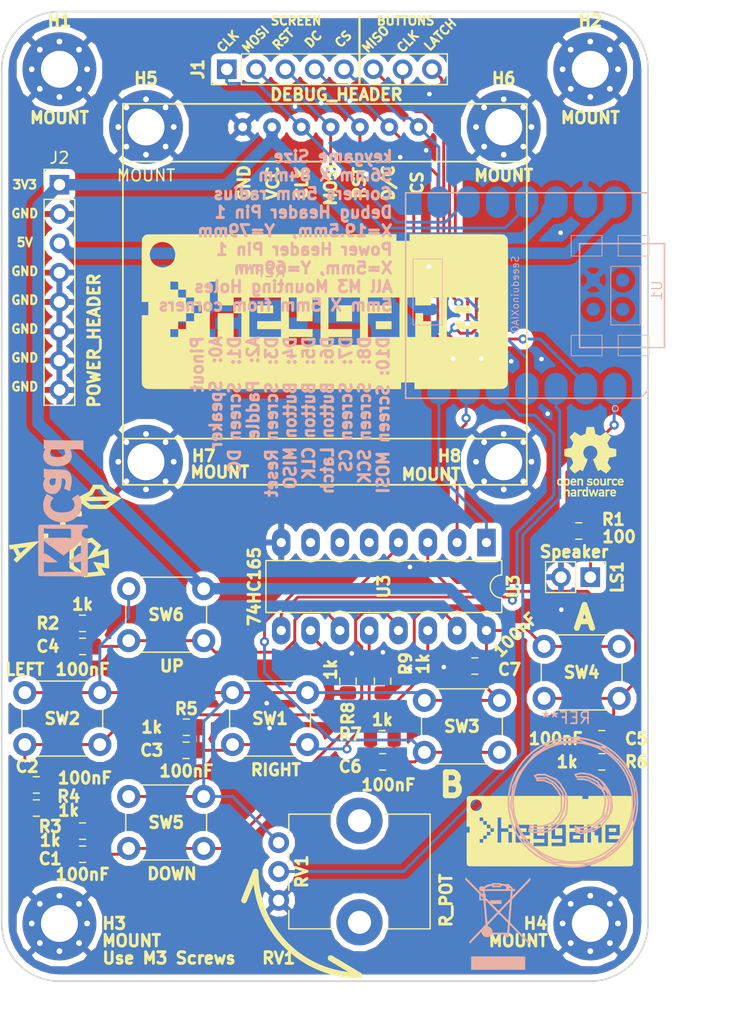
<source format=kicad_pcb>
(kicad_pcb (version 20171130) (host pcbnew 5.0.2+dfsg1-1)
  (layers (0 F.Cu signal) (31 B.Cu signal) (34 B.Paste user) (35 F.Paste user) (36 B.SilkS user) (37 F.SilkS user) (38 B.Mask user) (39 F.Mask user) (44 Edge.Cuts user))
  (net 0 "")
  (net 1 GND)
  (net 2 "Net-(C1-Pad1)")
  (net 3 "Net-(C2-Pad1)")
  (net 4 "Net-(C3-Pad1)")
  (net 5 "Net-(C4-Pad1)")
  (net 6 "Net-(C5-Pad1)")
  (net 7 "Net-(C6-Pad1)")
  (net 8 +3V3)
  (net 9 +5V)
  (net 10 "Net-(LS1-Pad1)")
  (net 11 "Net-(R1-Pad1)")
  (net 12 "Net-(R8-Pad1)")
  (net 13 "Net-(R9-Pad1)")
  (net 14 /SCREEN_DC)
  (net 15 /SCREEN_RST)
  (net 16 /BUTTON_MISO)
  (net 17 /BUTTON_CLK)
  (net 18 /BUTTON_LATCH)
  (net 19 /SCREEN_CS)
  (net 20 /SCK)
  (net 21 /MOSI)
  (net 22 /PADDLE)
  (module "keygame:Seeeduino XIAO-MOUDLE14P-2.54-21X17.8MM" (layer B.Cu) (at 168 49.5 90)
    (fp_text reference U1 (at 9.3345 21.7805 90) (layer B.SilkS) (effects (font (size 0.889 0.889) (thickness 0.1016)) (justify mirror)))
    (fp_text value SeeeduinoXIAO (at 9 9.5 90) (layer B.SilkS) (effects (font (size 0.6096 0.6096) (thickness 0.0762)) (justify mirror)))
    (pad 20 smd circle (at 10.238803 16.264187) (size 1.143 1.143) (layers B.Cu B.Paste B.Mask) (net 1 GND))
    (pad 19 smd circle (at 7.698803 16.264187) (size 1.143 1.143) (layers B.Cu B.Paste B.Mask))
    (pad 18 smd circle (at 10.238803 18.804187) (size 1.143 1.143) (layers B.Cu B.Paste B.Mask))
    (pad 17 smd circle (at 7.698803 18.804187) (size 1.143 1.143) (layers B.Cu B.Paste B.Mask))
    (pad 16 smd oval (at 10.25 1.8) (size 2.032 1.016) (layers B.Cu B.Paste B.Mask) (net 1 GND))
    (pad 15 smd oval (at 7.7 1.8) (size 2.032 1.016) (layers B.Cu B.Paste B.Mask) (net 9 +5V))
    (pad 1 smd oval (at 0.83312 18.11782 90) (size 2.74828 1.99898) (layers B.Cu B.Paste B.Mask) (net 11 "Net-(R1-Pad1)"))
    (pad 2 smd oval (at 0.83312 15.57782 90) (size 2.74828 1.99898) (layers B.Cu B.Paste B.Mask) (net 14 /SCREEN_DC))
    (pad 3 smd oval (at 0.83312 13.03782 90) (size 2.74828 1.99898) (layers B.Cu B.Paste B.Mask) (net 22 /PADDLE))
    (pad 4 smd oval (at 0.83312 10.49782 90) (size 2.74828 1.99898) (layers B.Cu B.Paste B.Mask) (net 15 /SCREEN_RST))
    (pad 5 smd oval (at 0.83312 7.95782 90) (size 2.74828 1.99898) (layers B.Cu B.Paste B.Mask) (net 16 /BUTTON_MISO))
    (pad 6 smd oval (at 0.83312 5.41782 90) (size 2.74828 1.99898) (layers B.Cu B.Paste B.Mask) (net 17 /BUTTON_CLK))
    (pad 7 smd oval (at 0.83312 2.87782 90) (size 2.74828 1.99898) (layers B.Cu B.Paste B.Mask) (net 18 /BUTTON_LATCH))
    (pad 8 smd oval (at 16.99768 2.87782 90) (size 2.74828 1.99898) (layers B.Cu B.Paste B.Mask) (net 19 /SCREEN_CS))
    (pad 9 smd oval (at 16.99768 5.41782 90) (size 2.74828 1.99898) (layers B.Cu B.Paste B.Mask) (net 20 /SCK))
    (pad 10 smd oval (at 16.99768 7.95782 90) (size 2.74828 1.99898) (layers B.Cu B.Paste B.Mask))
    (pad 11 smd oval (at 16.99768 10.49782 90) (size 2.74828 1.99898) (layers B.Cu B.Paste B.Mask) (net 21 /MOSI))
    (pad 12 smd oval (at 16.99768 13.03782 90) (size 2.74828 1.99898) (layers B.Cu B.Paste B.Mask) (net 8 +3V3))
    (pad 13 smd oval (at 16.99768 15.57782 90) (size 2.74828 1.99898) (layers B.Cu B.Paste B.Mask) (net 1 GND))
    (pad 14 smd oval (at 16.99768 18.11782 90) (size 2.74828 1.99898) (layers B.Cu B.Paste B.Mask) (net 9 +5V))
  )
  (module Capacitor_SMD:C_0805_2012Metric_Pad1.15x1.40mm_HandSolder (layer F.Cu) (at 140 89 180)
    (fp_text reference C1 (at 2.8 -0.4 180) (layer F.SilkS) (effects (font (thickness 0.25))))
    (fp_text value 100nF (at 0 -1.75 180) (layer F.SilkS) (effects (font (thickness 0.25))))
    (pad 2 smd roundrect (at 1.025 0 180) (size 1.15 1.4) (layers F.Cu F.Paste F.Mask) (roundrect_rratio 0.217391) (net 1 GND))
    (pad 1 smd roundrect (at -1.025 0 180) (size 1.15 1.4) (layers F.Cu F.Paste F.Mask) (roundrect_rratio 0.217391) (net 2 "Net-(C1-Pad1)"))
  )
  (module Capacitor_SMD:C_0805_2012Metric_Pad1.15x1.40mm_HandSolder (layer F.Cu) (at 136 83)
    (fp_text reference C2 (at -0.8 -1.6) (layer F.SilkS) (effects (font (thickness 0.25))))
    (fp_text value 100nF (at 4.2 -0.6) (layer F.SilkS) (effects (font (thickness 0.25))))
    (pad 1 smd roundrect (at -1.025 0) (size 1.15 1.4) (layers F.Cu F.Paste F.Mask) (roundrect_rratio 0.217391) (net 3 "Net-(C2-Pad1)"))
    (pad 2 smd roundrect (at 1.025 0) (size 1.15 1.4) (layers F.Cu F.Paste F.Mask) (roundrect_rratio 0.217391) (net 1 GND))
  )
  (module Capacitor_SMD:C_0805_2012Metric_Pad1.15x1.40mm_HandSolder (layer F.Cu) (at 148.975 80 180)
    (fp_text reference C3 (at 2.975 0 180) (layer F.SilkS) (effects (font (thickness 0.25))))
    (fp_text value 100nF (at -0.025 -1.8 180) (layer F.SilkS) (effects (font (thickness 0.25))))
    (pad 2 smd roundrect (at 1.025 0 180) (size 1.15 1.4) (layers F.Cu F.Paste F.Mask) (roundrect_rratio 0.217391) (net 1 GND))
    (pad 1 smd roundrect (at -1.025 0 180) (size 1.15 1.4) (layers F.Cu F.Paste F.Mask) (roundrect_rratio 0.217391) (net 4 "Net-(C3-Pad1)"))
  )
  (module Capacitor_SMD:C_0805_2012Metric_Pad1.15x1.40mm_HandSolder (layer F.Cu) (at 140 71 180)
    (fp_text reference C4 (at 3 0 180) (layer F.SilkS) (effects (font (thickness 0.25))))
    (fp_text value 100nF (at 0 -2 180) (layer F.SilkS) (effects (font (thickness 0.25))))
    (pad 1 smd roundrect (at -1.025 0 180) (size 1.15 1.4) (layers F.Cu F.Paste F.Mask) (roundrect_rratio 0.217391) (net 5 "Net-(C4-Pad1)"))
    (pad 2 smd roundrect (at 1.025 0 180) (size 1.15 1.4) (layers F.Cu F.Paste F.Mask) (roundrect_rratio 0.217391) (net 1 GND))
  )
  (module Capacitor_SMD:C_0805_2012Metric_Pad1.15x1.40mm_HandSolder (layer F.Cu) (at 185 79 180)
    (fp_text reference C5 (at -3 0 180) (layer F.SilkS) (effects (font (thickness 0.25))))
    (fp_text value 100nF (at 4 0 180) (layer F.SilkS) (effects (font (thickness 0.25))))
    (pad 1 smd roundrect (at -1.025 0 180) (size 1.15 1.4) (layers F.Cu F.Paste F.Mask) (roundrect_rratio 0.217391) (net 6 "Net-(C5-Pad1)"))
    (pad 2 smd roundrect (at 1.025 0 180) (size 1.15 1.4) (layers F.Cu F.Paste F.Mask) (roundrect_rratio 0.217391) (net 1 GND))
  )
  (module Capacitor_SMD:C_0805_2012Metric_Pad1.15x1.40mm_HandSolder (layer F.Cu) (at 166 81 180)
    (fp_text reference C6 (at 2.8 -0.4 180) (layer F.SilkS) (effects (font (thickness 0.25))))
    (fp_text value 100nF (at -0.5 -2 180) (layer F.SilkS) (effects (font (thickness 0.25))))
    (pad 2 smd roundrect (at 1.025 0 180) (size 1.15 1.4) (layers F.Cu F.Paste F.Mask) (roundrect_rratio 0.217391) (net 1 GND))
    (pad 1 smd roundrect (at -1.025 0 180) (size 1.15 1.4) (layers F.Cu F.Paste F.Mask) (roundrect_rratio 0.217391) (net 7 "Net-(C6-Pad1)"))
  )
  (module Capacitor_SMD:C_0805_2012Metric_Pad1.15x1.40mm_HandSolder (layer F.Cu) (at 173.99 72.7 180)
    (fp_text reference C7 (at -3.01 -0.3 180) (layer F.SilkS) (effects (font (thickness 0.25))))
    (fp_text value 100nF (at -3.51 2.7 225) (layer F.SilkS) (effects (font (thickness 0.25))))
    (pad 1 smd roundrect (at -1.025 0 180) (size 1.15 1.4) (layers F.Cu F.Paste F.Mask) (roundrect_rratio 0.217391) (net 8 +3V3))
    (pad 2 smd roundrect (at 1.025 0 180) (size 1.15 1.4) (layers F.Cu F.Paste F.Mask) (roundrect_rratio 0.217391) (net 1 GND))
  )
  (module MountingHole:MountingHole_3.2mm_M3_Pad_Via (layer F.Cu) (at 138 21)
    (fp_text reference H1 (at 0 -4.2) (layer F.SilkS) (effects (font (thickness 0.25))))
    (fp_text value MOUNT (at 0 4.2) (layer F.SilkS) (effects (font (thickness 0.25))))
    (pad 1 thru_hole circle (at 1.697056 -1.697056) (size 0.8 0.8) (drill 0.5) (layers *.Cu *.Mask) (net 1 GND))
    (pad 1 thru_hole circle (at 0 -2.4) (size 0.8 0.8) (drill 0.5) (layers *.Cu *.Mask) (net 1 GND))
    (pad 1 thru_hole circle (at -1.697056 -1.697056) (size 0.8 0.8) (drill 0.5) (layers *.Cu *.Mask) (net 1 GND))
    (pad 1 thru_hole circle (at -2.4 0) (size 0.8 0.8) (drill 0.5) (layers *.Cu *.Mask) (net 1 GND))
    (pad 1 thru_hole circle (at -1.697056 1.697056) (size 0.8 0.8) (drill 0.5) (layers *.Cu *.Mask) (net 1 GND))
    (pad 1 thru_hole circle (at 0 2.4) (size 0.8 0.8) (drill 0.5) (layers *.Cu *.Mask) (net 1 GND))
    (pad 1 thru_hole circle (at 1.697056 1.697056) (size 0.8 0.8) (drill 0.5) (layers *.Cu *.Mask) (net 1 GND))
    (pad 1 thru_hole circle (at 2.4 0) (size 0.8 0.8) (drill 0.5) (layers *.Cu *.Mask) (net 1 GND))
    (pad 1 thru_hole circle (at 0 0) (size 6.4 6.4) (drill 3.2) (layers *.Cu *.Mask) (net 1 GND))
  )
  (module MountingHole:MountingHole_3.2mm_M3_Pad_Via (layer F.Cu) (at 184 21)
    (fp_text reference H2 (at 0 -4.2) (layer F.SilkS) (effects (font (thickness 0.25))))
    (fp_text value MOUNT (at 0 4.2) (layer F.SilkS) (effects (font (thickness 0.25))))
    (pad 1 thru_hole circle (at 0 0) (size 6.4 6.4) (drill 3.2) (layers *.Cu *.Mask) (net 1 GND))
    (pad 1 thru_hole circle (at 2.4 0) (size 0.8 0.8) (drill 0.5) (layers *.Cu *.Mask) (net 1 GND))
    (pad 1 thru_hole circle (at 1.697056 1.697056) (size 0.8 0.8) (drill 0.5) (layers *.Cu *.Mask) (net 1 GND))
    (pad 1 thru_hole circle (at 0 2.4) (size 0.8 0.8) (drill 0.5) (layers *.Cu *.Mask) (net 1 GND))
    (pad 1 thru_hole circle (at -1.697056 1.697056) (size 0.8 0.8) (drill 0.5) (layers *.Cu *.Mask) (net 1 GND))
    (pad 1 thru_hole circle (at -2.4 0) (size 0.8 0.8) (drill 0.5) (layers *.Cu *.Mask) (net 1 GND))
    (pad 1 thru_hole circle (at -1.697056 -1.697056) (size 0.8 0.8) (drill 0.5) (layers *.Cu *.Mask) (net 1 GND))
    (pad 1 thru_hole circle (at 0 -2.4) (size 0.8 0.8) (drill 0.5) (layers *.Cu *.Mask) (net 1 GND))
    (pad 1 thru_hole circle (at 1.697056 -1.697056) (size 0.8 0.8) (drill 0.5) (layers *.Cu *.Mask) (net 1 GND))
  )
  (module MountingHole:MountingHole_3.2mm_M3_Pad_Via (layer F.Cu) (at 138 95)
    (fp_text reference H3 (at 4.75 0) (layer F.SilkS) (effects (font (thickness 0.25))))
    (fp_text value MOUNT (at 6.25 1.5) (layer F.SilkS) (effects (font (thickness 0.25))))
    (pad 1 thru_hole circle (at 1.697056 -1.697056) (size 0.8 0.8) (drill 0.5) (layers *.Cu *.Mask) (net 1 GND))
    (pad 1 thru_hole circle (at 0 -2.4) (size 0.8 0.8) (drill 0.5) (layers *.Cu *.Mask) (net 1 GND))
    (pad 1 thru_hole circle (at -1.697056 -1.697056) (size 0.8 0.8) (drill 0.5) (layers *.Cu *.Mask) (net 1 GND))
    (pad 1 thru_hole circle (at -2.4 0) (size 0.8 0.8) (drill 0.5) (layers *.Cu *.Mask) (net 1 GND))
    (pad 1 thru_hole circle (at -1.697056 1.697056) (size 0.8 0.8) (drill 0.5) (layers *.Cu *.Mask) (net 1 GND))
    (pad 1 thru_hole circle (at 0 2.4) (size 0.8 0.8) (drill 0.5) (layers *.Cu *.Mask) (net 1 GND))
    (pad 1 thru_hole circle (at 1.697056 1.697056) (size 0.8 0.8) (drill 0.5) (layers *.Cu *.Mask) (net 1 GND))
    (pad 1 thru_hole circle (at 2.4 0) (size 0.8 0.8) (drill 0.5) (layers *.Cu *.Mask) (net 1 GND))
    (pad 1 thru_hole circle (at 0 0) (size 6.4 6.4) (drill 3.2) (layers *.Cu *.Mask) (net 1 GND))
  )
  (module MountingHole:MountingHole_3.2mm_M3_Pad_Via (layer F.Cu) (at 184 95)
    (fp_text reference H4 (at -4.75 0) (layer F.SilkS) (effects (font (thickness 0.25))))
    (fp_text value MOUNT (at -6.25 1.5) (layer F.SilkS) (effects (font (thickness 0.25))))
    (pad 1 thru_hole circle (at 0 0) (size 6.4 6.4) (drill 3.2) (layers *.Cu *.Mask) (net 1 GND))
    (pad 1 thru_hole circle (at 2.4 0) (size 0.8 0.8) (drill 0.5) (layers *.Cu *.Mask) (net 1 GND))
    (pad 1 thru_hole circle (at 1.697056 1.697056) (size 0.8 0.8) (drill 0.5) (layers *.Cu *.Mask) (net 1 GND))
    (pad 1 thru_hole circle (at 0 2.4) (size 0.8 0.8) (drill 0.5) (layers *.Cu *.Mask) (net 1 GND))
    (pad 1 thru_hole circle (at -1.697056 1.697056) (size 0.8 0.8) (drill 0.5) (layers *.Cu *.Mask) (net 1 GND))
    (pad 1 thru_hole circle (at -2.4 0) (size 0.8 0.8) (drill 0.5) (layers *.Cu *.Mask) (net 1 GND))
    (pad 1 thru_hole circle (at -1.697056 -1.697056) (size 0.8 0.8) (drill 0.5) (layers *.Cu *.Mask) (net 1 GND))
    (pad 1 thru_hole circle (at 0 -2.4) (size 0.8 0.8) (drill 0.5) (layers *.Cu *.Mask) (net 1 GND))
    (pad 1 thru_hole circle (at 1.697056 -1.697056) (size 0.8 0.8) (drill 0.5) (layers *.Cu *.Mask) (net 1 GND))
  )
  (module MountingHole:MountingHole_3.2mm_M3_Pad_Via (layer F.Cu) (at 176.5 26)
    (fp_text reference H6 (at 0 -4.2) (layer F.SilkS) (effects (font (thickness 0.25))))
    (fp_text value MOUNT (at 0 4.2) (layer F.SilkS) (effects (font (thickness 0.25))))
    (pad 1 thru_hole circle (at 0 0) (size 6.4 6.4) (drill 3.2) (layers *.Cu *.Mask) (net 1 GND))
    (pad 1 thru_hole circle (at 2.4 0) (size 0.8 0.8) (drill 0.5) (layers *.Cu *.Mask) (net 1 GND))
    (pad 1 thru_hole circle (at 1.697056 1.697056) (size 0.8 0.8) (drill 0.5) (layers *.Cu *.Mask) (net 1 GND))
    (pad 1 thru_hole circle (at 0 2.4) (size 0.8 0.8) (drill 0.5) (layers *.Cu *.Mask) (net 1 GND))
    (pad 1 thru_hole circle (at -1.697056 1.697056) (size 0.8 0.8) (drill 0.5) (layers *.Cu *.Mask) (net 1 GND))
    (pad 1 thru_hole circle (at -2.4 0) (size 0.8 0.8) (drill 0.5) (layers *.Cu *.Mask) (net 1 GND))
    (pad 1 thru_hole circle (at -1.697056 -1.697056) (size 0.8 0.8) (drill 0.5) (layers *.Cu *.Mask) (net 1 GND))
    (pad 1 thru_hole circle (at 0 -2.4) (size 0.8 0.8) (drill 0.5) (layers *.Cu *.Mask) (net 1 GND))
    (pad 1 thru_hole circle (at 1.697056 -1.697056) (size 0.8 0.8) (drill 0.5) (layers *.Cu *.Mask) (net 1 GND))
  )
  (module MountingHole:MountingHole_3.2mm_M3_Pad_Via (layer F.Cu) (at 145.5 55)
    (fp_text reference H7 (at 5 -0.5) (layer F.SilkS) (effects (font (thickness 0.25))))
    (fp_text value MOUNT (at 6.4 0.9) (layer F.SilkS) (effects (font (thickness 0.25))))
    (pad 1 thru_hole circle (at 1.697056 -1.697056) (size 0.8 0.8) (drill 0.5) (layers *.Cu *.Mask) (net 1 GND))
    (pad 1 thru_hole circle (at 0 -2.4) (size 0.8 0.8) (drill 0.5) (layers *.Cu *.Mask) (net 1 GND))
    (pad 1 thru_hole circle (at -1.697056 -1.697056) (size 0.8 0.8) (drill 0.5) (layers *.Cu *.Mask) (net 1 GND))
    (pad 1 thru_hole circle (at -2.4 0) (size 0.8 0.8) (drill 0.5) (layers *.Cu *.Mask) (net 1 GND))
    (pad 1 thru_hole circle (at -1.697056 1.697056) (size 0.8 0.8) (drill 0.5) (layers *.Cu *.Mask) (net 1 GND))
    (pad 1 thru_hole circle (at 0 2.4) (size 0.8 0.8) (drill 0.5) (layers *.Cu *.Mask) (net 1 GND))
    (pad 1 thru_hole circle (at 1.697056 1.697056) (size 0.8 0.8) (drill 0.5) (layers *.Cu *.Mask) (net 1 GND))
    (pad 1 thru_hole circle (at 2.4 0) (size 0.8 0.8) (drill 0.5) (layers *.Cu *.Mask) (net 1 GND))
    (pad 1 thru_hole circle (at 0 0) (size 6.4 6.4) (drill 3.2) (layers *.Cu *.Mask) (net 1 GND))
  )
  (module MountingHole:MountingHole_3.2mm_M3_Pad_Via (layer F.Cu) (at 176.5 55)
    (fp_text reference H8 (at -4.7 -0.5) (layer F.SilkS) (effects (font (thickness 0.25))))
    (fp_text value MOUNT (at -6.3 1.1) (layer F.SilkS) (effects (font (thickness 0.25))))
    (pad 1 thru_hole circle (at 0 0) (size 6.4 6.4) (drill 3.2) (layers *.Cu *.Mask) (net 1 GND))
    (pad 1 thru_hole circle (at 2.4 0) (size 0.8 0.8) (drill 0.5) (layers *.Cu *.Mask) (net 1 GND))
    (pad 1 thru_hole circle (at 1.697056 1.697056) (size 0.8 0.8) (drill 0.5) (layers *.Cu *.Mask) (net 1 GND))
    (pad 1 thru_hole circle (at 0 2.4) (size 0.8 0.8) (drill 0.5) (layers *.Cu *.Mask) (net 1 GND))
    (pad 1 thru_hole circle (at -1.697056 1.697056) (size 0.8 0.8) (drill 0.5) (layers *.Cu *.Mask) (net 1 GND))
    (pad 1 thru_hole circle (at -2.4 0) (size 0.8 0.8) (drill 0.5) (layers *.Cu *.Mask) (net 1 GND))
    (pad 1 thru_hole circle (at -1.697056 -1.697056) (size 0.8 0.8) (drill 0.5) (layers *.Cu *.Mask) (net 1 GND))
    (pad 1 thru_hole circle (at 0 -2.4) (size 0.8 0.8) (drill 0.5) (layers *.Cu *.Mask) (net 1 GND))
    (pad 1 thru_hole circle (at 1.697056 -1.697056) (size 0.8 0.8) (drill 0.5) (layers *.Cu *.Mask) (net 1 GND))
  )
  (module Connector_PinHeader_2.54mm:PinHeader_1x02_P2.54mm_Vertical (layer F.Cu) (at 184 65 270)
    (fp_text reference LS1 (at 0 -2.33 270) (layer F.SilkS) (effects (font (thickness 0.25))))
    (fp_text value Speaker (at -2.2 1.4) (layer F.SilkS) (effects (font (thickness 0.25))))
    (pad 1 thru_hole rect (at 0 0 270) (size 1.7 1.7) (drill 1) (layers *.Cu *.Mask) (net 10 "Net-(LS1-Pad1)"))
    (pad 2 thru_hole oval (at 0 2.54 270) (size 1.7 1.7) (drill 1) (layers *.Cu *.Mask) (net 1 GND))
  )
  (module Resistor_SMD:R_0805_2012Metric_Pad1.15x1.40mm_HandSolder (layer F.Cu) (at 183 61)
    (fp_text reference R1 (at 3 -1) (layer F.SilkS) (effects (font (thickness 0.25))))
    (fp_text value 100 (at 3.5 0.5) (layer F.SilkS) (effects (font (thickness 0.25))))
    (pad 1 smd roundrect (at -1.025 0) (size 1.15 1.4) (layers F.Cu F.Paste F.Mask) (roundrect_rratio 0.217391) (net 11 "Net-(R1-Pad1)"))
    (pad 2 smd roundrect (at 1.025 0) (size 1.15 1.4) (layers F.Cu F.Paste F.Mask) (roundrect_rratio 0.217391) (net 10 "Net-(LS1-Pad1)"))
  )
  (module Resistor_SMD:R_0805_2012Metric_Pad1.15x1.40mm_HandSolder (layer F.Cu) (at 140 69 180)
    (fp_text reference R2 (at 3 0 180) (layer F.SilkS) (effects (font (thickness 0.25))))
    (fp_text value 1k (at 0 1.65 180) (layer F.SilkS) (effects (font (thickness 0.25))))
    (pad 1 smd roundrect (at -1.025 0 180) (size 1.15 1.4) (layers F.Cu F.Paste F.Mask) (roundrect_rratio 0.217391) (net 5 "Net-(C4-Pad1)"))
    (pad 2 smd roundrect (at 1.025 0 180) (size 1.15 1.4) (layers F.Cu F.Paste F.Mask) (roundrect_rratio 0.217391) (net 1 GND))
  )
  (module Resistor_SMD:R_0805_2012Metric_Pad1.15x1.40mm_HandSolder (layer F.Cu) (at 140 87 180)
    (fp_text reference R3 (at 2.8 0.4 180) (layer F.SilkS) (effects (font (thickness 0.25))))
    (fp_text value 1k (at 2.8 -0.8 180) (layer F.SilkS) (effects (font (thickness 0.25))))
    (pad 2 smd roundrect (at 1.025 0 180) (size 1.15 1.4) (layers F.Cu F.Paste F.Mask) (roundrect_rratio 0.217391) (net 1 GND))
    (pad 1 smd roundrect (at -1.025 0 180) (size 1.15 1.4) (layers F.Cu F.Paste F.Mask) (roundrect_rratio 0.217391) (net 2 "Net-(C1-Pad1)"))
  )
  (module Resistor_SMD:R_0805_2012Metric_Pad1.15x1.40mm_HandSolder (layer F.Cu) (at 136 85)
    (fp_text reference R4 (at 2.8 -1) (layer F.SilkS) (effects (font (thickness 0.25))))
    (fp_text value 1k (at 2.8 0.2) (layer F.SilkS) (effects (font (thickness 0.25))))
    (pad 1 smd roundrect (at -1.025 0) (size 1.15 1.4) (layers F.Cu F.Paste F.Mask) (roundrect_rratio 0.217391) (net 3 "Net-(C2-Pad1)"))
    (pad 2 smd roundrect (at 1.025 0) (size 1.15 1.4) (layers F.Cu F.Paste F.Mask) (roundrect_rratio 0.217391) (net 1 GND))
  )
  (module Resistor_SMD:R_0805_2012Metric_Pad1.15x1.40mm_HandSolder (layer F.Cu) (at 149 78 180)
    (fp_text reference R5 (at 0 1.6 180) (layer F.SilkS) (effects (font (thickness 0.25))))
    (fp_text value 1k (at 3 0 180) (layer F.SilkS) (effects (font (thickness 0.25))))
    (pad 2 smd roundrect (at 1.025 0 180) (size 1.15 1.4) (layers F.Cu F.Paste F.Mask) (roundrect_rratio 0.217391) (net 1 GND))
    (pad 1 smd roundrect (at -1.025 0 180) (size 1.15 1.4) (layers F.Cu F.Paste F.Mask) (roundrect_rratio 0.217391) (net 4 "Net-(C3-Pad1)"))
  )
  (module Resistor_SMD:R_0805_2012Metric_Pad1.15x1.40mm_HandSolder (layer F.Cu) (at 185 81 180)
    (fp_text reference R6 (at -3 0 180) (layer F.SilkS) (effects (font (thickness 0.25))))
    (fp_text value 1k (at 3 0 180) (layer F.SilkS) (effects (font (thickness 0.25))))
    (pad 1 smd roundrect (at -1.025 0 180) (size 1.15 1.4) (layers F.Cu F.Paste F.Mask) (roundrect_rratio 0.217391) (net 6 "Net-(C5-Pad1)"))
    (pad 2 smd roundrect (at 1.025 0 180) (size 1.15 1.4) (layers F.Cu F.Paste F.Mask) (roundrect_rratio 0.217391) (net 1 GND))
  )
  (module Resistor_SMD:R_0805_2012Metric_Pad1.15x1.40mm_HandSolder (layer F.Cu) (at 165.975 79 180)
    (fp_text reference R7 (at 2.775 0.4 180) (layer F.SilkS) (effects (font (thickness 0.25))))
    (fp_text value 1k (at 0 1.65 180) (layer F.SilkS) (effects (font (thickness 0.25))))
    (pad 2 smd roundrect (at 1.025 0 180) (size 1.15 1.4) (layers F.Cu F.Paste F.Mask) (roundrect_rratio 0.217391) (net 1 GND))
    (pad 1 smd roundrect (at -1.025 0 180) (size 1.15 1.4) (layers F.Cu F.Paste F.Mask) (roundrect_rratio 0.217391) (net 7 "Net-(C6-Pad1)"))
  )
  (module Resistor_SMD:R_0805_2012Metric_Pad1.15x1.40mm_HandSolder (layer F.Cu) (at 163 74 270)
    (fp_text reference R8 (at 2.8 0 270) (layer F.SilkS) (effects (font (thickness 0.25))))
    (fp_text value 1k (at -1 1.5 270) (layer F.SilkS) (effects (font (thickness 0.25))))
    (pad 2 smd roundrect (at 1.025 0 270) (size 1.15 1.4) (layers F.Cu F.Paste F.Mask) (roundrect_rratio 0.217391) (net 1 GND))
    (pad 1 smd roundrect (at -1.025 0 270) (size 1.15 1.4) (layers F.Cu F.Paste F.Mask) (roundrect_rratio 0.217391) (net 12 "Net-(R8-Pad1)"))
  )
  (module Resistor_SMD:R_0805_2012Metric_Pad1.15x1.40mm_HandSolder (layer F.Cu) (at 166 74 270)
    (fp_text reference R9 (at -1.5 -2 270) (layer F.SilkS) (effects (font (thickness 0.25))))
    (fp_text value 1k (at -1.5 -3.5 270) (layer F.SilkS) (effects (font (thickness 0.25))))
    (pad 1 smd roundrect (at -1.025 0 270) (size 1.15 1.4) (layers F.Cu F.Paste F.Mask) (roundrect_rratio 0.217391) (net 13 "Net-(R9-Pad1)"))
    (pad 2 smd roundrect (at 1.025 0 270) (size 1.15 1.4) (layers F.Cu F.Paste F.Mask) (roundrect_rratio 0.217391) (net 1 GND))
  )
  (module Button_Switch_THT:SW_PUSH_6mm (layer F.Cu) (at 153 75)
    (fp_text reference SW1 hide)
    (fp_text value RIGHT (at 3.75 6.7) (layer F.SilkS) (effects (font (thickness 0.25))))
    (fp_text user %R (at 3.25 2.25) (layer F.SilkS) (effects (font (thickness 0.25))))
    (pad 2 thru_hole circle (at 0 4.5 90) (size 2 2) (drill 1.1) (layers *.Cu *.Mask) (net 4 "Net-(C3-Pad1)"))
    (pad 1 thru_hole circle (at 0 0 90) (size 2 2) (drill 1.1) (layers *.Cu *.Mask) (net 8 +3V3))
    (pad 2 thru_hole circle (at 6.5 4.5 90) (size 2 2) (drill 1.1) (layers *.Cu *.Mask) (net 4 "Net-(C3-Pad1)"))
    (pad 1 thru_hole circle (at 6.5 0 90) (size 2 2) (drill 1.1) (layers *.Cu *.Mask) (net 8 +3V3))
  )
  (module Button_Switch_THT:SW_PUSH_6mm (layer F.Cu) (at 135 75)
    (fp_text reference SW2 hide)
    (fp_text value LEFT (at 0 -2) (layer F.SilkS) (effects (font (thickness 0.25))))
    (fp_text user %R (at 3.25 2.25) (layer F.SilkS) (effects (font (thickness 0.25))))
    (pad 1 thru_hole circle (at 6.5 0 90) (size 2 2) (drill 1.1) (layers *.Cu *.Mask) (net 8 +3V3))
    (pad 2 thru_hole circle (at 6.5 4.5 90) (size 2 2) (drill 1.1) (layers *.Cu *.Mask) (net 3 "Net-(C2-Pad1)"))
    (pad 1 thru_hole circle (at 0 0 90) (size 2 2) (drill 1.1) (layers *.Cu *.Mask) (net 8 +3V3))
    (pad 2 thru_hole circle (at 0 4.5 90) (size 2 2) (drill 1.1) (layers *.Cu *.Mask) (net 3 "Net-(C2-Pad1)"))
  )
  (module Button_Switch_THT:SW_PUSH_6mm (layer F.Cu) (at 169.625001 75.675001)
    (fp_text reference SW3 hide)
    (fp_text value B (at 2.374999 7.324999) (layer F.SilkS) (effects (font (size 2 2) (thickness 0.5))))
    (fp_text user %R (at 3.25 2.25) (layer F.SilkS) (effects (font (thickness 0.25))))
    (pad 2 thru_hole circle (at 0 4.5 90) (size 2 2) (drill 1.1) (layers *.Cu *.Mask) (net 7 "Net-(C6-Pad1)"))
    (pad 1 thru_hole circle (at 0 0 90) (size 2 2) (drill 1.1) (layers *.Cu *.Mask) (net 8 +3V3))
    (pad 2 thru_hole circle (at 6.5 4.5 90) (size 2 2) (drill 1.1) (layers *.Cu *.Mask) (net 7 "Net-(C6-Pad1)"))
    (pad 1 thru_hole circle (at 6.5 0 90) (size 2 2) (drill 1.1) (layers *.Cu *.Mask) (net 8 +3V3))
  )
  (module Button_Switch_THT:SW_PUSH_6mm (layer F.Cu) (at 180 71)
    (fp_text reference SW4 hide)
    (fp_text value A (at 3.5 -2.5) (layer F.SilkS) (effects (font (size 2 2) (thickness 0.5))))
    (fp_text user %R (at 3.25 2.25) (layer F.SilkS) (effects (font (thickness 0.25))))
    (pad 1 thru_hole circle (at 6.5 0 90) (size 2 2) (drill 1.1) (layers *.Cu *.Mask) (net 8 +3V3))
    (pad 2 thru_hole circle (at 6.5 4.5 90) (size 2 2) (drill 1.1) (layers *.Cu *.Mask) (net 6 "Net-(C5-Pad1)"))
    (pad 1 thru_hole circle (at 0 0 90) (size 2 2) (drill 1.1) (layers *.Cu *.Mask) (net 8 +3V3))
    (pad 2 thru_hole circle (at 0 4.5 90) (size 2 2) (drill 1.1) (layers *.Cu *.Mask) (net 6 "Net-(C5-Pad1)"))
  )
  (module Button_Switch_THT:SW_PUSH_6mm (layer F.Cu) (at 144 84)
    (fp_text reference SW5 hide)
    (fp_text value DOWN (at 3.75 6.7) (layer F.SilkS) (effects (font (thickness 0.25))))
    (fp_text user %R (at 3.25 2.25) (layer F.SilkS) (effects (font (thickness 0.25))))
    (pad 1 thru_hole circle (at 6.5 0 90) (size 2 2) (drill 1.1) (layers *.Cu *.Mask) (net 8 +3V3))
    (pad 2 thru_hole circle (at 6.5 4.5 90) (size 2 2) (drill 1.1) (layers *.Cu *.Mask) (net 2 "Net-(C1-Pad1)"))
    (pad 1 thru_hole circle (at 0 0 90) (size 2 2) (drill 1.1) (layers *.Cu *.Mask) (net 8 +3V3))
    (pad 2 thru_hole circle (at 0 4.5 90) (size 2 2) (drill 1.1) (layers *.Cu *.Mask) (net 2 "Net-(C1-Pad1)"))
  )
  (module Button_Switch_THT:SW_PUSH_6mm (layer F.Cu) (at 144 66)
    (fp_text reference SW6 hide)
    (fp_text value UP (at 3.75 6.7) (layer F.SilkS) (effects (font (thickness 0.25))))
    (fp_text user %R (at 3.25 2.25) (layer F.SilkS) (effects (font (thickness 0.25))))
    (pad 2 thru_hole circle (at 0 4.5 90) (size 2 2) (drill 1.1) (layers *.Cu *.Mask) (net 5 "Net-(C4-Pad1)"))
    (pad 1 thru_hole circle (at 0 0 90) (size 2 2) (drill 1.1) (layers *.Cu *.Mask) (net 8 +3V3))
    (pad 2 thru_hole circle (at 6.5 4.5 90) (size 2 2) (drill 1.1) (layers *.Cu *.Mask) (net 5 "Net-(C4-Pad1)"))
    (pad 1 thru_hole circle (at 6.5 0 90) (size 2 2) (drill 1.1) (layers *.Cu *.Mask) (net 8 +3V3))
  )
  (module keygame:SPI_OLED (layer F.Cu) (at 161.5 38)
    (fp_text reference U2 (at 0 1) (layer F.SilkS))
    (fp_text value SPI_OLED_SSH1106 (at 0 -1) (layer F.SilkS))
    (fp_text user GND (at -7.5 -7.15 -90) (layer F.SilkS) (effects (font (thickness 0.25))))
    (fp_text user VCC (at -5 -7.15 -90) (layer F.SilkS) (effects (font (thickness 0.25))))
    (fp_text user CLK (at -2.5 -7.15 -90) (layer F.SilkS) (effects (font (thickness 0.25))))
    (fp_text user MOSI (at 0 -7 -90) (layer F.SilkS) (effects (font (thickness 0.25))))
    (fp_text user RST (at 2.5 -7.15 -90) (layer F.SilkS) (effects (font (thickness 0.25))))
    (fp_text user D/C (at 5 -7.15 -90) (layer F.SilkS) (effects (font (thickness 0.25))))
    (fp_text user CS (at 7.5 -7.15 -90) (layer F.SilkS) (effects (font (thickness 0.25))))
    (pad 4 thru_hole circle (at 0 -12) (size 1.524 1.524) (drill 0.762) (layers *.Cu *.Mask) (net 21 /MOSI))
    (pad 3 thru_hole circle (at -2.54 -12) (size 1.524 1.524) (drill 0.762) (layers *.Cu *.Mask) (net 20 /SCK))
    (pad 5 thru_hole circle (at 2.54 -12) (size 1.524 1.524) (drill 0.762) (layers *.Cu *.Mask) (net 15 /SCREEN_RST))
    (pad 2 thru_hole circle (at -5.08 -12) (size 1.524 1.524) (drill 0.762) (layers *.Cu *.Mask) (net 8 +3V3))
    (pad 6 thru_hole circle (at 5.08 -12) (size 1.524 1.524) (drill 0.762) (layers *.Cu *.Mask) (net 14 /SCREEN_DC))
    (pad 1 thru_hole circle (at -7.62 -12) (size 1.524 1.524) (drill 0.762) (layers *.Cu *.Mask) (net 1 GND))
    (pad 7 thru_hole circle (at 7.62 -12) (size 1.524 1.524) (drill 0.762) (layers *.Cu *.Mask) (net 19 /SCREEN_CS))
  )
  (module Package_DIP:DIP-16_W7.62mm_LongPads (layer F.Cu) (at 175 62 270)
    (fp_text reference U3 (at 3.81 -2.33 270) (layer F.SilkS) (effects (font (thickness 0.25))))
    (fp_text value 74HC165 (at 3.81 20.11 270) (layer F.SilkS) (effects (font (thickness 0.25))))
    (fp_text user %R (at 3.81 8.89 270) (layer F.SilkS) (effects (font (thickness 0.25))))
    (pad 1 thru_hole rect (at 0 0 270) (size 2.4 1.6) (drill 0.8) (layers *.Cu *.Mask) (net 18 /BUTTON_LATCH))
    (pad 9 thru_hole oval (at 7.62 17.78 270) (size 2.4 1.6) (drill 0.8) (layers *.Cu *.Mask) (net 16 /BUTTON_MISO))
    (pad 2 thru_hole oval (at 0 2.54 270) (size 2.4 1.6) (drill 0.8) (layers *.Cu *.Mask) (net 17 /BUTTON_CLK))
    (pad 10 thru_hole oval (at 7.62 15.24 270) (size 2.4 1.6) (drill 0.8) (layers *.Cu *.Mask) (net 12 "Net-(R8-Pad1)"))
    (pad 3 thru_hole oval (at 0 5.08 270) (size 2.4 1.6) (drill 0.8) (layers *.Cu *.Mask) (net 6 "Net-(C5-Pad1)"))
    (pad 11 thru_hole oval (at 7.62 12.7 270) (size 2.4 1.6) (drill 0.8) (layers *.Cu *.Mask) (net 5 "Net-(C4-Pad1)"))
    (pad 4 thru_hole oval (at 0 7.62 270) (size 2.4 1.6) (drill 0.8) (layers *.Cu *.Mask) (net 7 "Net-(C6-Pad1)"))
    (pad 12 thru_hole oval (at 7.62 10.16 270) (size 2.4 1.6) (drill 0.8) (layers *.Cu *.Mask) (net 2 "Net-(C1-Pad1)"))
    (pad 5 thru_hole oval (at 0 10.16 270) (size 2.4 1.6) (drill 0.8) (layers *.Cu *.Mask))
    (pad 13 thru_hole oval (at 7.62 7.62 270) (size 2.4 1.6) (drill 0.8) (layers *.Cu *.Mask) (net 3 "Net-(C2-Pad1)"))
    (pad 6 thru_hole oval (at 0 12.7 270) (size 2.4 1.6) (drill 0.8) (layers *.Cu *.Mask))
    (pad 14 thru_hole oval (at 7.62 5.08 270) (size 2.4 1.6) (drill 0.8) (layers *.Cu *.Mask) (net 4 "Net-(C3-Pad1)"))
    (pad 7 thru_hole oval (at 0 15.24 270) (size 2.4 1.6) (drill 0.8) (layers *.Cu *.Mask))
    (pad 15 thru_hole oval (at 7.62 2.54 270) (size 2.4 1.6) (drill 0.8) (layers *.Cu *.Mask) (net 13 "Net-(R9-Pad1)"))
    (pad 8 thru_hole oval (at 0 17.78 270) (size 2.4 1.6) (drill 0.8) (layers *.Cu *.Mask) (net 1 GND))
    (pad 16 thru_hole oval (at 7.62 0 270) (size 2.4 1.6) (drill 0.8) (layers *.Cu *.Mask) (net 8 +3V3))
  )
  (module Connector_PinHeader_2.54mm:PinHeader_1x08_P2.54mm_Vertical (layer F.Cu) (at 152.5 21 90)
    (fp_text reference J1 (at 0 -2.5 90) (layer F.SilkS) (effects (font (thickness 0.25))))
    (fp_text value DEBUG_HEADER (at -2.2 9.5 180) (layer F.SilkS) (effects (font (thickness 0.25))))
    (pad 1 thru_hole rect (at 0 0 90) (size 1.7 1.7) (drill 1) (layers *.Cu *.Mask) (net 20 /SCK))
    (pad 2 thru_hole oval (at 0 2.54 90) (size 1.7 1.7) (drill 1) (layers *.Cu *.Mask) (net 21 /MOSI))
    (pad 3 thru_hole oval (at 0 5.08 90) (size 1.7 1.7) (drill 1) (layers *.Cu *.Mask) (net 15 /SCREEN_RST))
    (pad 4 thru_hole oval (at 0 7.62 90) (size 1.7 1.7) (drill 1) (layers *.Cu *.Mask) (net 14 /SCREEN_DC))
    (pad 5 thru_hole oval (at 0 10.16 90) (size 1.7 1.7) (drill 1) (layers *.Cu *.Mask) (net 19 /SCREEN_CS))
    (pad 6 thru_hole oval (at 0 12.7 90) (size 1.7 1.7) (drill 1) (layers *.Cu *.Mask) (net 16 /BUTTON_MISO))
    (pad 7 thru_hole oval (at 0 15.24 90) (size 1.7 1.7) (drill 1) (layers *.Cu *.Mask) (net 17 /BUTTON_CLK))
    (pad 8 thru_hole oval (at 0 17.78 90) (size 1.7 1.7) (drill 1) (layers *.Cu *.Mask) (net 18 /BUTTON_LATCH))
  )
  (module Potentiometer_THT:Potentiometer_Bourns_PTV09A-1_Single_Vertical (layer F.Cu) (at 157 93)
    (fp_text reference RV1 (at 0 5) (layer F.SilkS) (effects (font (thickness 0.25))))
    (fp_text value R_POT (at 14.5 0 90) (layer F.SilkS) (effects (font (thickness 0.25))))
    (fp_text user %R (at 2 -2.5 90) (layer F.SilkS) (effects (font (thickness 0.25))))
    (pad 3 thru_hole circle (at 0 -5) (size 1.8 1.8) (drill 1) (layers *.Cu *.Mask) (net 8 +3V3))
    (pad 2 thru_hole circle (at 0 -2.5) (size 1.8 1.8) (drill 1) (layers *.Cu *.Mask) (net 22 /PADDLE))
    (pad 1 thru_hole circle (at 0 0) (size 1.8 1.8) (drill 1) (layers *.Cu *.Mask) (net 1 GND))
    (pad "" np_thru_hole circle (at 7 -6.9) (size 4 4) (drill 2) (layers *.Cu *.Mask))
    (pad "" np_thru_hole circle (at 7 1.9) (size 4 4) (drill 2) (layers *.Cu *.Mask))
  )
  (module MountingHole:MountingHole_3.2mm_M3_Pad_Via (layer F.Cu) (at 145.5 26)
    (fp_text reference H5 (at 0 -4.2) (layer F.SilkS) (effects (font (thickness 0.25))))
    (fp_text value MOUNT (at 0 4.2) (layer F.SilkS))
    (pad 1 thru_hole circle (at 0 0) (size 6.4 6.4) (drill 3.2) (layers *.Cu *.Mask) (net 1 GND))
    (pad 1 thru_hole circle (at 2.4 0) (size 0.8 0.8) (drill 0.5) (layers *.Cu *.Mask) (net 1 GND))
    (pad 1 thru_hole circle (at 1.697056 1.697056) (size 0.8 0.8) (drill 0.5) (layers *.Cu *.Mask) (net 1 GND))
    (pad 1 thru_hole circle (at 0 2.4) (size 0.8 0.8) (drill 0.5) (layers *.Cu *.Mask) (net 1 GND))
    (pad 1 thru_hole circle (at -1.697056 1.697056) (size 0.8 0.8) (drill 0.5) (layers *.Cu *.Mask) (net 1 GND))
    (pad 1 thru_hole circle (at -2.4 0) (size 0.8 0.8) (drill 0.5) (layers *.Cu *.Mask) (net 1 GND))
    (pad 1 thru_hole circle (at -1.697056 -1.697056) (size 0.8 0.8) (drill 0.5) (layers *.Cu *.Mask) (net 1 GND))
    (pad 1 thru_hole circle (at 0 -2.4) (size 0.8 0.8) (drill 0.5) (layers *.Cu *.Mask) (net 1 GND))
    (pad 1 thru_hole circle (at 1.697056 -1.697056) (size 0.8 0.8) (drill 0.5) (layers *.Cu *.Mask) (net 1 GND))
  )
  (module Connector_PinHeader_2.54mm:PinHeader_1x08_P2.54mm_Vertical (layer F.Cu) (at 138 31)
    (fp_text reference J2 (at 0 -2.33) (layer F.SilkS))
    (fp_text value POWER_HEADER (at 3 13.5 90) (layer F.SilkS) (effects (font (thickness 0.25))))
    (pad 1 thru_hole rect (at 0 0) (size 1.7 1.7) (drill 1) (layers *.Cu *.Mask) (net 8 +3V3))
    (pad 2 thru_hole oval (at 0 2.54) (size 1.7 1.7) (drill 1) (layers *.Cu *.Mask) (net 1 GND))
    (pad 3 thru_hole oval (at 0 5.08) (size 1.7 1.7) (drill 1) (layers *.Cu *.Mask) (net 9 +5V))
    (pad 4 thru_hole oval (at 0 7.62) (size 1.7 1.7) (drill 1) (layers *.Cu *.Mask) (net 1 GND))
    (pad 5 thru_hole oval (at 0 10.16) (size 1.7 1.7) (drill 1) (layers *.Cu *.Mask) (net 1 GND))
    (pad 6 thru_hole oval (at 0 12.7) (size 1.7 1.7) (drill 1) (layers *.Cu *.Mask) (net 1 GND))
    (pad 7 thru_hole oval (at 0 15.24) (size 1.7 1.7) (drill 1) (layers *.Cu *.Mask) (net 1 GND))
    (pad 8 thru_hole oval (at 0 17.78) (size 1.7 1.7) (drill 1) (layers *.Cu *.Mask) (net 1 GND))
  )
  (module Symbol:Symbol_KiCAD-Logo_CopperAndSilkScreenTop (layer B.Cu) (at 138.5 59 90)
    (fp_text reference REF** hide)
    (fp_text value "KiCAD Logo" hide)
  )
  (module Symbol:OSHW-Logo_5.7x6mm_SilkScreen (layer F.Cu) (at 184 55)
    (fp_text reference REF** hide)
    (fp_text value OSHW-Logo_5.7x6mm_SilkScreen hide)
  )
  (module Symbol:WEEE-Logo_5.6x8mm_SilkScreen (layer B.Cu) (at 176 95 180)
    (fp_text reference REF** hide)
    (fp_text value WEEE-Logo_5.6x8mm_SilkScreen hide)
  )
  (module Symbol:Symbol_CreativeCommons_SilkScreenTop_Type2_Big (layer B.Cu) (at 182.5 84.5 180)
    (fp_text reference REF** (at 0.59944 7.29996 180) (layer B.SilkS) (effects (justify mirror)))
    (fp_text value Symbol_CreativeCommons_SilkScreenTop_Type2_Big hide)
  )
  (module keygame:logo (layer F.Cu) (at 180.5 87)
    (fp_text reference G*** hide)
    (fp_text value LOGO hide)
  )
  (module keygame:logo-big (layer F.Cu) (at 161 42)
    (fp_text reference G*** hide)
    (fp_text value LOGO hide)
  )
  (module keygame:SIG (layer B.Cu) (at 155.5 45)
    (fp_text reference REF** (at 0 -6.5) (layer B.SilkS) (effects (justify mirror)))
    (fp_text value SIG)
    (pad "" smd rect (at 0 0) (size 4 8) (layers B.Cu))
    (pad "" smd rect (at 0 2) (size 8 1) (layers B.Cu))
    (pad "" smd rect (at 0 -2) (size 8 1) (layers B.Cu))
    (pad "" smd rect (at -6.5 0 90) (size 3 5) (layers B.Cu))
    (pad "" smd rect (at 6.5 0 90) (size 3 5) (layers B.Cu))
  )
  (module keygame:asteroids (layer F.Cu) (at 138.5 61)
    (fp_text reference G*** hide)
    (fp_text value LOGO hide)
  )
  (gr_line (start 164 99.5) (end 161.5 98) (layer F.SilkS) (width 0.5))
  (gr_line (start 155 90.5) (end 154 93) (layer F.SilkS) (width 0.5))
  (gr_arc (start 164 90.5) (end 155 90.5) (angle -90) (layer F.SilkS) (width 0.5))
  (gr_text 5V (at 135 36) (layer F.SilkS) (effects (font (size 0.75 0.75) (thickness 0.1875))))
  (gr_text GND (at 135 48.5) (layer F.SilkS) (effects (font (size 0.75 0.75) (thickness 0.1875))))
  (gr_text GND (at 135 46) (layer F.SilkS) (effects (font (size 0.75 0.75) (thickness 0.1875))))
  (gr_text GND (at 135 43.5) (layer F.SilkS) (effects (font (size 0.75 0.75) (thickness 0.1875))))
  (gr_text GND (at 135 41) (layer F.SilkS) (effects (font (size 0.75 0.75) (thickness 0.1875))))
  (gr_text GND (at 135 38.5) (layer F.SilkS) (effects (font (size 0.75 0.75) (thickness 0.1875))))
  (gr_text GND (at 135 33.5) (layer F.SilkS) (effects (font (size 0.75 0.75) (thickness 0.1875))))
  (gr_text 3V3 (at 135 31) (layer F.SilkS) (effects (font (size 0.75 0.75) (thickness 0.1875))))
  (gr_text "Use M3 Screws" (at 147.5 98) (layer F.SilkS) (effects (font (size 1 1) (thickness 0.25))))
  (gr_text "Pinout\nA0:  Speaker\nD1:  Screen DC\nA2:  Paddle\nD3:  Screen Reset\nD4:  Button MISO\nD5:  Button CLK\nD6:  Button Latch\nD7:  Screen CS\nD8:  Screen SCK\nD10: Screen MOSI" (at 158 44 90) (layer B.SilkS) (effects (font (size 1 1) (thickness 0.25)) (justify left mirror)))
  (gr_text "keygame Size\n56mm X 84mm\nCorners 5mm radius\nDebug Header Pin 1\nX=19.5mm,  Y=79mm\nPower Header Pin 1\nX=5mm, Y=69mm\nAll M3 Mounting Holes\n5mm X 5mm from corners" (at 167 35) (layer B.SilkS) (effects (font (size 1 1) (thickness 0.25)) (justify left mirror)))
  (gr_text LATCH (at 171 18 45) (layer F.SilkS) (effects (font (size 0.75 0.75) (thickness 0.1875))))
  (gr_text MISO (at 165.4 18.4 45) (layer F.SilkS) (effects (font (size 0.75 0.75) (thickness 0.1875))))
  (gr_text CLK (at 168.2 18.6 45) (layer F.SilkS) (effects (font (size 0.75 0.75) (thickness 0.1875))))
  (gr_text CS (at 162.6 18.4 45) (layer F.SilkS) (effects (font (size 0.75 0.75) (thickness 0.1875))))
  (gr_text DC (at 160 18.4 45) (layer F.SilkS) (effects (font (size 0.75 0.75) (thickness 0.1875))))
  (gr_text RST (at 157.4 18.4 45) (layer F.SilkS) (effects (font (size 0.75 0.75) (thickness 0.1875))))
  (gr_text MOSI (at 155 18.4 45) (layer F.SilkS) (effects (font (size 0.75 0.75) (thickness 0.1875))))
  (gr_text CLK (at 152.6 18.6 45) (layer F.SilkS) (effects (font (size 0.75 0.75) (thickness 0.1875))))
  (gr_text SCREEN (at 158.5 16.8) (layer F.SilkS) (effects (font (size 0.75 0.75) (thickness 0.1875))))
  (gr_text BUTTONS (at 168 16.8) (layer F.SilkS) (effects (font (size 0.75 0.75) (thickness 0.1875))))
  (gr_line (start 164 22.2) (end 164 16.4) (layer F.SilkS) (width 0.2))
  (gr_line (start 138 16) (end 184 16) (layer Edge.Cuts) (width 0.15))
  (gr_line (start 138 100) (end 184 100) (layer Edge.Cuts) (width 0.15))
  (gr_line (start 189 95) (end 189 21) (layer Edge.Cuts) (width 0.15))
  (gr_line (start 133 21) (end 133 95) (layer Edge.Cuts) (width 0.15))
  (gr_arc (start 184 21) (end 189 21) (angle -90) (layer Edge.Cuts) (width 0.15))
  (gr_arc (start 184 95) (end 184 100) (angle -90) (layer Edge.Cuts) (width 0.15))
  (gr_arc (start 138 95) (end 133 95) (angle -90) (layer Edge.Cuts) (width 0.15))
  (gr_arc (start 138 21) (end 138 16) (angle -90) (layer Edge.Cuts) (width 0.15))
  (via (at 167.53 28.62) (size 0.8) (drill 0.4) (layers F.Cu B.Cu) (net 1))
  (via (at 169.78 28.02) (size 0.8) (drill 0.4) (layers F.Cu B.Cu) (net 1))
  (via (at 168.37 72.96) (size 0.8) (drill 0.4) (layers F.Cu B.Cu) (net 1))
  (via (at 171.31 72.79) (size 0.8) (drill 0.4) (layers F.Cu B.Cu) (net 1))
  (via (at 156.2 78.07) (size 0.8) (drill 0.4) (layers F.Cu B.Cu) (net 1))
  (via (at 138.08 77.36) (size 0.8) (drill 0.4) (layers F.Cu B.Cu) (net 1))
  (via (at 181.49 67.82) (size 0.8) (drill 0.4) (layers F.Cu B.Cu) (net 1))
  (via (at 155.96 75.92) (size 0.8) (drill 0.4) (layers F.Cu B.Cu) (net 1))
  (segment (start 166.305 75.025) (end 168.37 72.96) (width 1) (layer F.Cu) (net 1))
  (segment (start 166 75.025) (end 166.305 75.025) (width 1) (layer F.Cu) (net 1))
  (via (at 168.37 64.12) (size 0.8) (drill 0.4) (layers F.Cu B.Cu) (net 1))
  (via (at 164.57 30.1) (size 0.8) (drill 0.4) (layers F.Cu B.Cu) (net 1))
  (via (at 181.43 35.16) (size 0.8) (drill 0.4) (layers F.Cu B.Cu) (net 1))
  (via (at 172.11 46.06) (size 0.8) (drill 0.4) (layers F.Cu B.Cu) (net 1))
  (via (at 174.54 46.06) (size 0.8) (drill 0.4) (layers F.Cu B.Cu) (net 1))
  (via (at 177.15 46.3) (size 0.8) (drill 0.4) (layers F.Cu B.Cu) (net 1))
  (via (at 179.77 46.11) (size 0.8) (drill 0.4) (layers F.Cu B.Cu) (net 1))
  (via (at 160.67 23.93) (size 0.8) (drill 0.4) (layers F.Cu B.Cu) (net 1))
  (via (at 163.15 23.75) (size 0.8) (drill 0.4) (layers F.Cu B.Cu) (net 1))
  (via (at 158.41 24.23) (size 0.8) (drill 0.4) (layers F.Cu B.Cu) (net 1))
  (via (at 170.06 23.15) (size 0.8) (drill 0.4) (layers F.Cu B.Cu) (net 1))
  (via (at 166.03 71.51) (size 0.8) (drill 0.4) (layers F.Cu B.Cu) (net 1))
  (via (at 163.33 71.6) (size 0.8) (drill 0.4) (layers F.Cu B.Cu) (net 1))
  (via (at 180.31 50.84) (size 0.8) (drill 0.4) (layers F.Cu B.Cu) (net 1))
  (segment (start 149.085787 88.5) (end 144 88.5) (width 0.25) (layer F.Cu) (net 2))
  (segment (start 150.5 88.5) (end 149.085787 88.5) (width 0.25) (layer F.Cu) (net 2))
  (segment (start 141.025 87) (end 141.025 89) (width 0.25) (layer F.Cu) (net 2))
  (segment (start 143.5 89) (end 144 88.5) (width 0.25) (layer F.Cu) (net 2))
  (segment (start 141.025 89) (end 143.5 89) (width 0.25) (layer F.Cu) (net 2))
  (segment (start 151.914213 88.5) (end 150.5 88.5) (width 0.25) (layer F.Cu) (net 2))
  (segment (start 164.84 76.195002) (end 152.535002 88.5) (width 0.25) (layer F.Cu) (net 2))
  (segment (start 152.535002 88.5) (end 151.914213 88.5) (width 0.25) (layer F.Cu) (net 2))
  (segment (start 164.84 69.62) (end 164.84 76.195002) (width 0.25) (layer F.Cu) (net 2))
  (segment (start 135 79.5) (end 141.5 79.5) (width 0.25) (layer F.Cu) (net 3))
  (segment (start 135 82.975) (end 134.975 83) (width 0.25) (layer F.Cu) (net 3))
  (segment (start 135 79.5) (end 135 82.975) (width 0.25) (layer F.Cu) (net 3))
  (segment (start 134.975 83) (end 134.975 85) (width 0.25) (layer F.Cu) (net 3))
  (segment (start 163.66499 70.506705) (end 164.19 71.031715) (width 0.25) (layer F.Cu) (net 3))
  (segment (start 163.66499 68.733295) (end 163.66499 70.506705) (width 0.25) (layer F.Cu) (net 3))
  (segment (start 164.353295 68.04499) (end 163.66499 68.733295) (width 0.25) (layer F.Cu) (net 3))
  (segment (start 166.20499 68.04499) (end 164.353295 68.04499) (width 0.25) (layer F.Cu) (net 3))
  (segment (start 167.38 69.62) (end 167.38 69.22) (width 0.25) (layer F.Cu) (net 3))
  (segment (start 167.38 69.22) (end 166.20499 68.04499) (width 0.25) (layer F.Cu) (net 3))
  (segment (start 142.499999 78.500001) (end 141.5 79.5) (width 0.25) (layer F.Cu) (net 3))
  (segment (start 144.07501 76.92499) (end 142.499999 78.500001) (width 0.25) (layer F.Cu) (net 3))
  (segment (start 162.75891 76.92499) (end 144.07501 76.92499) (width 0.25) (layer F.Cu) (net 3))
  (segment (start 164.19 75.4939) (end 162.75891 76.92499) (width 0.25) (layer F.Cu) (net 3))
  (segment (start 164.19 71.031715) (end 164.19 75.4939) (width 0.25) (layer F.Cu) (net 3))
  (segment (start 150.025 79.975) (end 150 80) (width 0.25) (layer F.Cu) (net 4))
  (segment (start 150.025 78) (end 150.025 79.975) (width 0.25) (layer F.Cu) (net 4))
  (segment (start 152.5 80) (end 153 79.5) (width 0.25) (layer F.Cu) (net 4))
  (segment (start 150 80) (end 152.5 80) (width 0.25) (layer F.Cu) (net 4))
  (segment (start 153 79.5) (end 159.5 79.5) (width 0.25) (layer F.Cu) (net 4))
  (segment (start 162.91 79.3811) (end 162.91 79.88) (width 0.25) (layer F.Cu) (net 4))
  (via (at 162.91 79.88) (size 0.8) (drill 0.4) (layers F.Cu B.Cu) (net 4))
  (segment (start 164.36611 77.92499) (end 162.91 79.3811) (width 0.25) (layer F.Cu) (net 4))
  (segment (start 165.07501 77.92499) (end 164.36611 77.92499) (width 0.25) (layer F.Cu) (net 4))
  (segment (start 169.92 69.62) (end 169.92 73.08) (width 0.25) (layer F.Cu) (net 4))
  (segment (start 169.92 73.08) (end 165.07501 77.92499) (width 0.25) (layer F.Cu) (net 4))
  (segment (start 159.88 79.88) (end 159.5 79.5) (width 0.25) (layer B.Cu) (net 4))
  (segment (start 162.91 79.88) (end 159.88 79.88) (width 0.25) (layer B.Cu) (net 4))
  (segment (start 141.025 69) (end 141.025 71) (width 0.25) (layer F.Cu) (net 5))
  (segment (start 143.5 71) (end 144 70.5) (width 0.25) (layer F.Cu) (net 5))
  (segment (start 141.025 71) (end 143.5 71) (width 0.25) (layer F.Cu) (net 5))
  (segment (start 144 70.5) (end 150.5 70.5) (width 0.25) (layer F.Cu) (net 5))
  (segment (start 162.3 70.02) (end 162.3 69.62) (width 0.25) (layer F.Cu) (net 5))
  (segment (start 151.499999 71.499999) (end 150.5 70.5) (width 0.25) (layer F.Cu) (net 5))
  (segment (start 157.401716 71.499999) (end 151.499999 71.499999) (width 0.25) (layer F.Cu) (net 5))
  (segment (start 158.39501 70.506705) (end 157.401716 71.499999) (width 0.25) (layer F.Cu) (net 5))
  (segment (start 158.39501 68.733295) (end 158.39501 70.506705) (width 0.25) (layer F.Cu) (net 5))
  (segment (start 159.083315 68.04499) (end 158.39501 68.733295) (width 0.25) (layer F.Cu) (net 5))
  (segment (start 161.12499 68.04499) (end 159.083315 68.04499) (width 0.25) (layer F.Cu) (net 5))
  (segment (start 162.3 69.22) (end 161.12499 68.04499) (width 0.25) (layer F.Cu) (net 5))
  (segment (start 162.3 69.62) (end 162.3 69.22) (width 0.25) (layer F.Cu) (net 5))
  (segment (start 186.025 81) (end 186.025 79) (width 0.25) (layer F.Cu) (net 6))
  (segment (start 186.025 75.975) (end 186.5 75.5) (width 0.25) (layer F.Cu) (net 6))
  (segment (start 186.025 79) (end 186.025 75.975) (width 0.25) (layer F.Cu) (net 6))
  (segment (start 181.414213 75.5) (end 186.5 75.5) (width 0.25) (layer F.Cu) (net 6))
  (segment (start 180 75.5) (end 181.414213 75.5) (width 0.25) (layer F.Cu) (net 6))
  (segment (start 183.760003 66.225001) (end 172.125001 66.225001) (width 0.25) (layer F.Cu) (net 6))
  (segment (start 186.5 75.5) (end 187.93 74.07) (width 0.25) (layer F.Cu) (net 6))
  (segment (start 187.93 70.394998) (end 183.760003 66.225001) (width 0.25) (layer F.Cu) (net 6))
  (segment (start 187.93 74.07) (end 187.93 70.394998) (width 0.25) (layer F.Cu) (net 6))
  (segment (start 169.92 64.02) (end 169.92 62) (width 0.25) (layer F.Cu) (net 6))
  (segment (start 172.125001 66.225001) (end 169.92 64.02) (width 0.25) (layer F.Cu) (net 6))
  (segment (start 167 80.975) (end 167.025 81) (width 0.25) (layer F.Cu) (net 7))
  (segment (start 167 79) (end 167 80.975) (width 0.25) (layer F.Cu) (net 7))
  (segment (start 168.800002 81) (end 169.625001 80.175001) (width 0.25) (layer F.Cu) (net 7))
  (segment (start 167.025 81) (end 168.800002 81) (width 0.25) (layer F.Cu) (net 7))
  (segment (start 169.625001 80.175001) (end 176.125001 80.175001) (width 0.25) (layer F.Cu) (net 7))
  (segment (start 158.457879 66.225001) (end 155.77 68.91288) (width 0.25) (layer F.Cu) (net 7))
  (segment (start 155.77 68.91288) (end 155.77 70.59) (width 0.25) (layer F.Cu) (net 7))
  (segment (start 163.554999 66.225001) (end 158.457879 66.225001) (width 0.25) (layer F.Cu) (net 7))
  (segment (start 167.38 62) (end 167.38 62.4) (width 0.25) (layer F.Cu) (net 7))
  (via (at 155.77 70.59) (size 0.8) (drill 0.4) (layers F.Cu B.Cu) (net 7))
  (segment (start 167.38 62.4) (end 163.554999 66.225001) (width 0.25) (layer F.Cu) (net 7))
  (segment (start 168.625002 79.175002) (end 169.625001 80.175001) (width 0.25) (layer B.Cu) (net 7))
  (segment (start 168.554999 79.104999) (end 168.625002 79.175002) (width 0.25) (layer B.Cu) (net 7))
  (segment (start 161.569997 79.104999) (end 168.554999 79.104999) (width 0.25) (layer B.Cu) (net 7))
  (segment (start 155.77 73.305002) (end 161.569997 79.104999) (width 0.25) (layer B.Cu) (net 7))
  (segment (start 155.77 70.59) (end 155.77 73.305002) (width 0.25) (layer B.Cu) (net 7))
  (segment (start 175 72.685) (end 175.015 72.7) (width 0.25) (layer F.Cu) (net 8))
  (segment (start 175 69.62) (end 175 72.685) (width 0.25) (layer F.Cu) (net 8))
  (segment (start 175.015 74.565) (end 176.125001 75.675001) (width 0.25) (layer F.Cu) (net 8))
  (segment (start 175.015 72.7) (end 175.015 74.565) (width 0.25) (layer F.Cu) (net 8))
  (segment (start 169.625001 75.675001) (end 176.125001 75.675001) (width 0.25) (layer F.Cu) (net 8))
  (segment (start 181.414213 71) (end 186.5 71) (width 0.25) (layer F.Cu) (net 8))
  (segment (start 180 71) (end 181.414213 71) (width 0.25) (layer F.Cu) (net 8))
  (segment (start 178.62 69.62) (end 180 71) (width 0.25) (layer F.Cu) (net 8))
  (segment (start 175 69.62) (end 178.62 69.62) (width 0.25) (layer F.Cu) (net 8))
  (segment (start 153 75) (end 159.5 75) (width 0.25) (layer F.Cu) (net 8))
  (segment (start 145.414213 84) (end 150.5 84) (width 0.25) (layer F.Cu) (net 8))
  (segment (start 144 84) (end 145.414213 84) (width 0.25) (layer F.Cu) (net 8))
  (segment (start 153 84) (end 157 88) (width 0.25) (layer B.Cu) (net 8))
  (segment (start 150.5 84) (end 153 84) (width 0.25) (layer B.Cu) (net 8))
  (segment (start 135 75) (end 153 75) (width 0.25) (layer F.Cu) (net 8))
  (segment (start 156.42 27.07763) (end 156.42 26) (width 1) (layer B.Cu) (net 8))
  (segment (start 164.96886 35.62649) (end 156.42 27.07763) (width 1) (layer B.Cu) (net 8))
  (segment (start 178.222466 35.62649) (end 164.96886 35.62649) (width 1) (layer B.Cu) (net 8))
  (segment (start 180.24732 33.601636) (end 178.222466 35.62649) (width 1) (layer B.Cu) (net 8))
  (segment (start 180.24732 33.14268) (end 180.24732 33.601636) (width 1) (layer B.Cu) (net 8))
  (segment (start 180.88768 32.50232) (end 180.24732 33.14268) (width 1) (layer B.Cu) (net 8))
  (segment (start 181.03782 32.50232) (end 180.88768 32.50232) (width 1) (layer B.Cu) (net 8))
  (segment (start 168.95 75) (end 169.625001 75.675001) (width 0.25) (layer B.Cu) (net 8))
  (segment (start 159.5 75) (end 168.95 75) (width 0.25) (layer B.Cu) (net 8))
  (segment (start 150.5 77.5) (end 150.5 84) (width 0.25) (layer B.Cu) (net 8))
  (segment (start 153 75) (end 150.5 77.5) (width 0.25) (layer B.Cu) (net 8))
  (segment (start 141.5 73.585787) (end 141.5 75) (width 0.25) (layer B.Cu) (net 8))
  (segment (start 141.5 70.964998) (end 141.5 73.585787) (width 0.25) (layer B.Cu) (net 8))
  (segment (start 144 68.464998) (end 141.5 70.964998) (width 0.25) (layer B.Cu) (net 8))
  (segment (start 144 66) (end 144 68.464998) (width 0.25) (layer B.Cu) (net 8))
  (segment (start 151.914213 66) (end 150.5 66) (width 1) (layer B.Cu) (net 8))
  (segment (start 171.78 66) (end 151.914213 66) (width 1) (layer B.Cu) (net 8))
  (segment (start 175 69.22) (end 171.78 66) (width 1) (layer B.Cu) (net 8))
  (segment (start 175 69.62) (end 175 69.22) (width 1) (layer B.Cu) (net 8))
  (segment (start 152.49763 31) (end 156.42 27.07763) (width 1) (layer B.Cu) (net 8))
  (segment (start 138 31) (end 152.49763 31) (width 1) (layer B.Cu) (net 8))
  (segment (start 149.500001 65.000001) (end 150.5 66) (width 1) (layer B.Cu) (net 8))
  (segment (start 136.15 51.65) (end 149.500001 65.000001) (width 1) (layer B.Cu) (net 8))
  (segment (start 136.15 32.85) (end 136.15 51.65) (width 1) (layer B.Cu) (net 8))
  (segment (start 138 31) (end 136.15 32.85) (width 1) (layer B.Cu) (net 8))
  (segment (start 169.292 41.8) (end 168.03399 40.54199) (width 1) (layer B.Cu) (net 9))
  (segment (start 169.8 41.8) (end 169.292 41.8) (width 1) (layer B.Cu) (net 9))
  (segment (start 186.11782 32.87697) (end 186.11782 32.50232) (width 1) (layer B.Cu) (net 9))
  (segment (start 182.052791 36.941999) (end 186.11782 32.87697) (width 1) (layer B.Cu) (net 9))
  (segment (start 168.508001 36.941999) (end 182.052791 36.941999) (width 1) (layer B.Cu) (net 9))
  (segment (start 168.03399 37.41601) (end 168.508001 36.941999) (width 1) (layer B.Cu) (net 9))
  (segment (start 168.03399 40.54199) (end 168.03399 37.41601) (width 1) (layer B.Cu) (net 9))
  (segment (start 138.861999 36.941999) (end 168.508001 36.941999) (width 1) (layer B.Cu) (net 9))
  (segment (start 138 36.08) (end 138.861999 36.941999) (width 1) (layer B.Cu) (net 9))
  (segment (start 184.025 64.975) (end 184 65) (width 0.25) (layer F.Cu) (net 10))
  (segment (start 184.025 61) (end 184.025 64.975) (width 0.25) (layer F.Cu) (net 10))
  (segment (start 181.975 61) (end 181.975 55.915) (width 0.25) (layer F.Cu) (net 11))
  (via (at 186.07 51.82) (size 0.8) (drill 0.4) (layers F.Cu B.Cu) (net 11))
  (segment (start 181.975 55.915) (end 186.07 51.82) (width 0.25) (layer F.Cu) (net 11))
  (segment (start 186.07 48.7147) (end 186.11782 48.66688) (width 0.25) (layer B.Cu) (net 11))
  (segment (start 186.07 51.82) (end 186.07 48.7147) (width 0.25) (layer B.Cu) (net 11))
  (segment (start 162.715 72.975) (end 163 72.975) (width 0.25) (layer F.Cu) (net 12))
  (segment (start 159.76 70.02) (end 162.715 72.975) (width 0.25) (layer F.Cu) (net 12))
  (segment (start 159.76 69.62) (end 159.76 70.02) (width 0.25) (layer F.Cu) (net 12))
  (segment (start 172.46 70.02) (end 172.46 69.62) (width 0.25) (layer F.Cu) (net 13))
  (segment (start 172.46 69.62) (end 172.46 69.22) (width 0.25) (layer F.Cu) (net 13))
  (segment (start 166.8 72.975) (end 166 72.975) (width 0.25) (layer F.Cu) (net 13))
  (segment (start 172.46 69.22) (end 170.88501 67.64501) (width 0.25) (layer F.Cu) (net 13))
  (segment (start 168.74499 71.03001) (end 166.8 72.975) (width 0.25) (layer F.Cu) (net 13))
  (segment (start 170.88501 67.64501) (end 169.65998 67.64501) (width 0.25) (layer F.Cu) (net 13))
  (segment (start 169.65998 67.64501) (end 168.74499 68.56) (width 0.25) (layer F.Cu) (net 13))
  (segment (start 168.74499 68.56) (end 168.74499 71.03001) (width 0.25) (layer F.Cu) (net 13))
  (segment (start 165.818001 25.238001) (end 166.58 26) (width 0.25) (layer B.Cu) (net 14))
  (segment (start 162.930009 22.350009) (end 165.818001 25.238001) (width 0.25) (layer B.Cu) (net 14))
  (segment (start 161.470009 22.350009) (end 162.930009 22.350009) (width 0.25) (layer B.Cu) (net 14))
  (segment (start 160.12 21) (end 161.470009 22.350009) (width 0.25) (layer B.Cu) (net 14))
  (segment (start 166.58 26) (end 170.802752 30.222752) (width 0.25) (layer F.Cu) (net 14))
  (segment (start 170.802752 43.069754) (end 172.102998 44.37) (width 0.25) (layer F.Cu) (net 14))
  (segment (start 170.802752 30.222752) (end 170.802752 43.069754) (width 0.25) (layer F.Cu) (net 14))
  (via (at 178.17 44.37) (size 0.8) (drill 0.4) (layers F.Cu B.Cu) (net 14))
  (segment (start 172.102998 44.37) (end 178.17 44.37) (width 0.25) (layer F.Cu) (net 14))
  (segment (start 183.57782 48.29223) (end 183.57782 48.66688) (width 0.25) (layer B.Cu) (net 14))
  (segment (start 179.65559 44.37) (end 183.57782 48.29223) (width 0.25) (layer B.Cu) (net 14))
  (segment (start 178.17 44.37) (end 179.65559 44.37) (width 0.25) (layer B.Cu) (net 14))
  (segment (start 163.278001 25.238001) (end 164.04 26) (width 0.25) (layer B.Cu) (net 15))
  (segment (start 159.430019 22.850019) (end 160.890019 22.850019) (width 0.25) (layer B.Cu) (net 15))
  (segment (start 160.890019 22.850019) (end 163.278001 25.238001) (width 0.25) (layer B.Cu) (net 15))
  (segment (start 157.58 21) (end 159.430019 22.850019) (width 0.25) (layer B.Cu) (net 15))
  (segment (start 178.49782 46.04782) (end 178.49782 48.66688) (width 0.25) (layer B.Cu) (net 15))
  (segment (start 173.58 41.13) (end 178.49782 46.04782) (width 0.25) (layer B.Cu) (net 15))
  (segment (start 173.58 41.13) (end 172.06 39.61) (width 0.25) (layer B.Cu) (net 15))
  (via (at 170.027752 38.092) (size 0.8) (drill 0.4) (layers F.Cu B.Cu) (net 15))
  (segment (start 172.06 39.61) (end 170.542 38.092) (width 0.25) (layer B.Cu) (net 15))
  (segment (start 170.542 38.092) (end 170.027752 38.092) (width 0.25) (layer B.Cu) (net 15))
  (segment (start 164.04 27.29) (end 164.04 26) (width 0.25) (layer F.Cu) (net 15))
  (segment (start 168.7 31.95) (end 164.04 27.29) (width 0.25) (layer F.Cu) (net 15))
  (segment (start 170.027752 38.092) (end 168.7 36.764248) (width 0.25) (layer F.Cu) (net 15))
  (segment (start 168.7 36.764248) (end 168.7 31.95) (width 0.25) (layer F.Cu) (net 15))
  (segment (start 158.664989 66.725011) (end 171.917891 66.725011) (width 0.25) (layer F.Cu) (net 16))
  (segment (start 157.22 69.62) (end 157.22 68.17) (width 0.25) (layer F.Cu) (net 16))
  (segment (start 157.22 68.17) (end 158.664989 66.725011) (width 0.25) (layer F.Cu) (net 16))
  (via (at 177.25 67.000001) (size 0.8) (drill 0.4) (layers F.Cu B.Cu) (net 16))
  (segment (start 171.917891 66.725011) (end 176.97501 66.725011) (width 0.25) (layer F.Cu) (net 16))
  (segment (start 176.97501 66.725011) (end 177.25 67.000001) (width 0.25) (layer F.Cu) (net 16))
  (segment (start 177.649999 66.600002) (end 177.649999 61.130001) (width 0.25) (layer B.Cu) (net 16))
  (segment (start 177.25 67.000001) (end 177.649999 66.600002) (width 0.25) (layer B.Cu) (net 16))
  (segment (start 177.649999 61.130001) (end 180.85 57.93) (width 0.25) (layer B.Cu) (net 16))
  (segment (start 180.85 57.93) (end 180.85 52.61) (width 0.25) (layer B.Cu) (net 16))
  (segment (start 180.85 52.61) (end 179.21 50.97) (width 0.25) (layer B.Cu) (net 16))
  (segment (start 175.95782 49.04153) (end 175.95782 48.66688) (width 0.25) (layer B.Cu) (net 16))
  (segment (start 177.88629 50.97) (end 175.95782 49.04153) (width 0.25) (layer B.Cu) (net 16))
  (segment (start 179.21 50.97) (end 177.88629 50.97) (width 0.25) (layer B.Cu) (net 16))
  (via (at 172.596992 41.243008) (size 0.8) (drill 0.4) (layers F.Cu B.Cu) (net 16))
  (segment (start 175.95782 44.603836) (end 175.95782 48.66688) (width 0.25) (layer B.Cu) (net 16))
  (segment (start 172.596992 41.243008) (end 175.95782 44.603836) (width 0.25) (layer B.Cu) (net 16))
  (segment (start 168.88 24.68) (end 169.482762 24.68) (width 0.25) (layer F.Cu) (net 16))
  (segment (start 165.2 21) (end 168.88 24.68) (width 0.25) (layer F.Cu) (net 16))
  (segment (start 171.302762 39.948778) (end 172.596992 41.243008) (width 0.25) (layer F.Cu) (net 16))
  (segment (start 171.302762 26.5) (end 171.302762 39.948778) (width 0.25) (layer F.Cu) (net 16))
  (segment (start 169.482762 24.68) (end 171.302762 26.5) (width 0.25) (layer F.Cu) (net 16))
  (segment (start 172.46 62) (end 172.46 52.48) (width 0.25) (layer F.Cu) (net 17))
  (via (at 173.24 51.22) (size 0.8) (drill 0.4) (layers F.Cu B.Cu) (net 17))
  (segment (start 172.46 52.48) (end 173.24 51.7) (width 0.25) (layer F.Cu) (net 17))
  (segment (start 173.24 51.7) (end 173.24 51.22) (width 0.25) (layer F.Cu) (net 17))
  (segment (start 173.24 48.8447) (end 173.41782 48.66688) (width 0.25) (layer B.Cu) (net 17))
  (segment (start 173.24 51.22) (end 173.24 48.8447) (width 0.25) (layer B.Cu) (net 17))
  (via (at 173.348984 43.091016) (size 0.8) (drill 0.4) (layers F.Cu B.Cu) (net 17))
  (segment (start 173.348984 48.598044) (end 173.41782 48.66688) (width 0.25) (layer B.Cu) (net 17))
  (segment (start 173.348984 43.091016) (end 173.348984 48.598044) (width 0.25) (layer B.Cu) (net 17))
  (segment (start 173.371993 43.068007) (end 173.348984 43.091016) (width 0.25) (layer F.Cu) (net 17))
  (segment (start 173.371993 39.541993) (end 173.371993 43.068007) (width 0.25) (layer F.Cu) (net 17))
  (segment (start 171.802772 37.972772) (end 173.371993 39.541993) (width 0.25) (layer F.Cu) (net 17))
  (segment (start 167.74 21) (end 167.74 22.230118) (width 0.25) (layer F.Cu) (net 17))
  (segment (start 171.802772 26.29289) (end 171.802772 37.972772) (width 0.25) (layer F.Cu) (net 17))
  (segment (start 167.74 22.230118) (end 171.802772 26.29289) (width 0.25) (layer F.Cu) (net 17))
  (segment (start 171.129999 24.912997) (end 172.302782 26.08578) (width 0.25) (layer F.Cu) (net 18))
  (segment (start 170.28 21) (end 171.129999 21.849999) (width 0.25) (layer F.Cu) (net 18))
  (segment (start 171.129999 21.849999) (end 171.129999 24.912997) (width 0.25) (layer F.Cu) (net 18))
  (segment (start 172.302782 26.08578) (end 172.302782 37.765662) (width 0.25) (layer F.Cu) (net 18))
  (via (at 172.26 43.38) (size 0.8) (drill 0.4) (layers F.Cu B.Cu) (net 18))
  (segment (start 172.746017 43.866017) (end 172.26 43.38) (width 0.25) (layer F.Cu) (net 18))
  (segment (start 173.720985 43.866017) (end 172.746017 43.866017) (width 0.25) (layer F.Cu) (net 18))
  (segment (start 174.123985 43.463017) (end 173.720985 43.866017) (width 0.25) (layer F.Cu) (net 18))
  (segment (start 172.302782 37.765662) (end 174.123985 39.586865) (width 0.25) (layer F.Cu) (net 18))
  (segment (start 174.123985 39.586865) (end 174.123985 43.463017) (width 0.25) (layer F.Cu) (net 18))
  (segment (start 170.87782 44.76218) (end 170.87782 48.66688) (width 0.25) (layer B.Cu) (net 18))
  (segment (start 172.26 43.38) (end 170.87782 44.76218) (width 0.25) (layer B.Cu) (net 18))
  (segment (start 170.87782 48.66688) (end 170.87782 56.13782) (width 0.25) (layer B.Cu) (net 18))
  (segment (start 175 60.26) (end 175 62) (width 0.25) (layer B.Cu) (net 18))
  (segment (start 170.87782 56.13782) (end 175 60.26) (width 0.25) (layer B.Cu) (net 18))
  (segment (start 170.87782 27.75782) (end 169.12 26) (width 0.25) (layer B.Cu) (net 19))
  (segment (start 170.87782 32.50232) (end 170.87782 27.75782) (width 0.25) (layer B.Cu) (net 19))
  (segment (start 167.624999 25.238001) (end 168.358001 25.238001) (width 0.25) (layer B.Cu) (net 19))
  (segment (start 164.236997 21.849999) (end 167.624999 25.238001) (width 0.25) (layer B.Cu) (net 19))
  (segment (start 163.509999 21.849999) (end 164.236997 21.849999) (width 0.25) (layer B.Cu) (net 19))
  (segment (start 168.358001 25.238001) (end 169.12 26) (width 0.25) (layer B.Cu) (net 19))
  (segment (start 162.66 21) (end 163.509999 21.849999) (width 0.25) (layer B.Cu) (net 19))
  (segment (start 158.198001 25.238001) (end 158.96 26) (width 0.25) (layer B.Cu) (net 20))
  (segment (start 155.185001 22.225001) (end 158.198001 25.238001) (width 0.25) (layer B.Cu) (net 20))
  (segment (start 152.625001 22.225001) (end 155.185001 22.225001) (width 0.25) (layer B.Cu) (net 20))
  (segment (start 152.5 22.1) (end 152.625001 22.225001) (width 0.25) (layer B.Cu) (net 20))
  (segment (start 152.5 21) (end 152.5 22.1) (width 0.25) (layer B.Cu) (net 20))
  (segment (start 159.721999 26.761999) (end 158.96 26) (width 0.25) (layer B.Cu) (net 20))
  (segment (start 167.21147 34.25147) (end 159.721999 26.761999) (width 0.25) (layer B.Cu) (net 20))
  (segment (start 171.447156 34.25147) (end 167.21147 34.25147) (width 0.25) (layer B.Cu) (net 20))
  (segment (start 173.196306 32.50232) (end 171.447156 34.25147) (width 0.25) (layer B.Cu) (net 20))
  (segment (start 173.41782 32.50232) (end 173.196306 32.50232) (width 0.25) (layer B.Cu) (net 20))
  (segment (start 158.850027 23.350027) (end 160.738001 25.238001) (width 0.25) (layer B.Cu) (net 21))
  (segment (start 160.738001 25.238001) (end 161.5 26) (width 0.25) (layer B.Cu) (net 21))
  (segment (start 157.390027 23.350027) (end 158.850027 23.350027) (width 0.25) (layer B.Cu) (net 21))
  (segment (start 155.04 21) (end 157.390027 23.350027) (width 0.25) (layer B.Cu) (net 21))
  (via (at 161.531992 29.668008) (size 0.8) (drill 0.4) (layers F.Cu B.Cu) (net 21))
  (segment (start 161.5 26) (end 161.5 29.636016) (width 0.25) (layer F.Cu) (net 21))
  (segment (start 161.5 29.636016) (end 161.531992 29.668008) (width 0.25) (layer F.Cu) (net 21))
  (segment (start 178.49782 32.87697) (end 178.49782 32.50232) (width 0.25) (layer B.Cu) (net 21))
  (segment (start 166.049779 34.75148) (end 176.62331 34.75148) (width 0.25) (layer B.Cu) (net 21))
  (segment (start 161.531992 30.233693) (end 166.049779 34.75148) (width 0.25) (layer B.Cu) (net 21))
  (segment (start 176.62331 34.75148) (end 178.49782 32.87697) (width 0.25) (layer B.Cu) (net 21))
  (segment (start 161.531992 29.668008) (end 161.531992 30.233693) (width 0.25) (layer B.Cu) (net 21))
  (segment (start 181.35001 50.60321) (end 181.35001 58.13711) (width 0.25) (layer B.Cu) (net 22))
  (segment (start 181.03782 48.66688) (end 181.03782 50.29102) (width 0.25) (layer B.Cu) (net 22))
  (segment (start 181.35001 58.13711) (end 178.150009 61.337111) (width 0.25) (layer B.Cu) (net 22))
  (segment (start 181.03782 50.29102) (end 181.35001 50.60321) (width 0.25) (layer B.Cu) (net 22))
  (segment (start 158.272792 90.5) (end 157 90.5) (width 0.25) (layer B.Cu) (net 22))
  (segment (start 167.835004 90.5) (end 158.272792 90.5) (width 0.25) (layer B.Cu) (net 22))
  (segment (start 178.150009 80.184995) (end 167.835004 90.5) (width 0.25) (layer B.Cu) (net 22))
  (segment (start 178.150009 61.337111) (end 178.150009 80.184995) (width 0.25) (layer B.Cu) (net 22))
  (zone (net 1) (net_name GND) (layer B.Cu) (connect_pads (clearance 0.508)) (min_thickness 0.254) (fill yes (arc_segments 16) (thermal_gap 0.508) (thermal_bridge_width 0.508))
    (polygon (pts (xy 133 16) (xy 190 16) (xy 190 100) (xy 133 100)))
  )
  (zone (net 1) (net_name GND) (layer F.Cu) (connect_pads (clearance 0.508)) (min_thickness 0.254) (fill yes (arc_segments 16) (thermal_gap 0.508) (thermal_bridge_width 0.508))
    (polygon (pts (xy 133 15) (xy 191 15) (xy 191 101) (xy 133 101)))
  )
)
</source>
